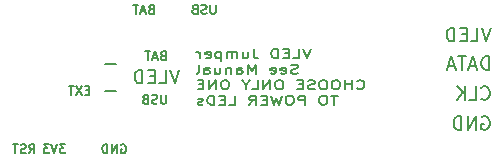
<source format=gbr>
G04 #@! TF.FileFunction,Legend,Bot*
%FSLAX46Y46*%
G04 Gerber Fmt 4.6, Leading zero omitted, Abs format (unit mm)*
G04 Created by KiCad (PCBNEW 4.0.7) date 06/24/18 16:56:01*
%MOMM*%
%LPD*%
G01*
G04 APERTURE LIST*
%ADD10C,0.100000*%
%ADD11C,0.203200*%
%ADD12C,0.127000*%
%ADD13C,0.177800*%
%ADD14C,0.150000*%
G04 APERTURE END LIST*
D10*
D11*
X80663143Y-42608500D02*
X80772000Y-42554071D01*
X80935286Y-42554071D01*
X81098571Y-42608500D01*
X81207429Y-42717357D01*
X81261857Y-42826214D01*
X81316286Y-43043929D01*
X81316286Y-43207214D01*
X81261857Y-43424929D01*
X81207429Y-43533786D01*
X81098571Y-43642643D01*
X80935286Y-43697071D01*
X80826429Y-43697071D01*
X80663143Y-43642643D01*
X80608714Y-43588214D01*
X80608714Y-43207214D01*
X80826429Y-43207214D01*
X80118857Y-43697071D02*
X80118857Y-42554071D01*
X79465714Y-43697071D01*
X79465714Y-42554071D01*
X78921428Y-43697071D02*
X78921428Y-42554071D01*
X78649285Y-42554071D01*
X78486000Y-42608500D01*
X78377142Y-42717357D01*
X78322714Y-42826214D01*
X78268285Y-43043929D01*
X78268285Y-43207214D01*
X78322714Y-43424929D01*
X78377142Y-43533786D01*
X78486000Y-43642643D01*
X78649285Y-43697071D01*
X78921428Y-43697071D01*
X80608714Y-41048214D02*
X80663143Y-41102643D01*
X80826429Y-41157071D01*
X80935286Y-41157071D01*
X81098571Y-41102643D01*
X81207429Y-40993786D01*
X81261857Y-40884929D01*
X81316286Y-40667214D01*
X81316286Y-40503929D01*
X81261857Y-40286214D01*
X81207429Y-40177357D01*
X81098571Y-40068500D01*
X80935286Y-40014071D01*
X80826429Y-40014071D01*
X80663143Y-40068500D01*
X80608714Y-40122929D01*
X79574571Y-41157071D02*
X80118857Y-41157071D01*
X80118857Y-40014071D01*
X79193571Y-41157071D02*
X79193571Y-40014071D01*
X78540428Y-41157071D02*
X79030285Y-40503929D01*
X78540428Y-40014071D02*
X79193571Y-40667214D01*
X81261857Y-38617071D02*
X81261857Y-37474071D01*
X80989714Y-37474071D01*
X80826429Y-37528500D01*
X80717571Y-37637357D01*
X80663143Y-37746214D01*
X80608714Y-37963929D01*
X80608714Y-38127214D01*
X80663143Y-38344929D01*
X80717571Y-38453786D01*
X80826429Y-38562643D01*
X80989714Y-38617071D01*
X81261857Y-38617071D01*
X80173286Y-38290500D02*
X79629000Y-38290500D01*
X80282143Y-38617071D02*
X79901143Y-37474071D01*
X79520143Y-38617071D01*
X79302429Y-37474071D02*
X78649286Y-37474071D01*
X78975857Y-38617071D02*
X78975857Y-37474071D01*
X78322715Y-38290500D02*
X77778429Y-38290500D01*
X78431572Y-38617071D02*
X78050572Y-37474071D01*
X77669572Y-38617071D01*
X81425143Y-35061071D02*
X81044143Y-36204071D01*
X80663143Y-35061071D01*
X79737857Y-36204071D02*
X80282143Y-36204071D01*
X80282143Y-35061071D01*
X79356857Y-35605357D02*
X78975857Y-35605357D01*
X78812571Y-36204071D02*
X79356857Y-36204071D01*
X79356857Y-35061071D01*
X78812571Y-35061071D01*
X78322714Y-36204071D02*
X78322714Y-35061071D01*
X78050571Y-35061071D01*
X77887286Y-35115500D01*
X77778428Y-35224357D01*
X77724000Y-35333214D01*
X77669571Y-35550929D01*
X77669571Y-35714214D01*
X77724000Y-35931929D01*
X77778428Y-36040786D01*
X77887286Y-36149643D01*
X78050571Y-36204071D01*
X78322714Y-36204071D01*
D12*
X53920571Y-40730714D02*
X53920571Y-41347571D01*
X53884286Y-41420143D01*
X53848000Y-41456429D01*
X53775429Y-41492714D01*
X53630286Y-41492714D01*
X53557714Y-41456429D01*
X53521429Y-41420143D01*
X53485143Y-41347571D01*
X53485143Y-40730714D01*
X53158571Y-41456429D02*
X53049714Y-41492714D01*
X52868285Y-41492714D01*
X52795714Y-41456429D01*
X52759428Y-41420143D01*
X52723143Y-41347571D01*
X52723143Y-41275000D01*
X52759428Y-41202429D01*
X52795714Y-41166143D01*
X52868285Y-41129857D01*
X53013428Y-41093571D01*
X53086000Y-41057286D01*
X53122285Y-41021000D01*
X53158571Y-40948429D01*
X53158571Y-40875857D01*
X53122285Y-40803286D01*
X53086000Y-40767000D01*
X53013428Y-40730714D01*
X52832000Y-40730714D01*
X52723143Y-40767000D01*
X52142571Y-41093571D02*
X52033714Y-41129857D01*
X51997429Y-41166143D01*
X51961143Y-41238714D01*
X51961143Y-41347571D01*
X51997429Y-41420143D01*
X52033714Y-41456429D01*
X52106286Y-41492714D01*
X52396571Y-41492714D01*
X52396571Y-40730714D01*
X52142571Y-40730714D01*
X52070000Y-40767000D01*
X52033714Y-40803286D01*
X51997429Y-40875857D01*
X51997429Y-40948429D01*
X52033714Y-41021000D01*
X52070000Y-41057286D01*
X52142571Y-41093571D01*
X52396571Y-41093571D01*
D11*
X55018214Y-38617071D02*
X54637214Y-39760071D01*
X54256214Y-38617071D01*
X53330928Y-39760071D02*
X53875214Y-39760071D01*
X53875214Y-38617071D01*
X52949928Y-39161357D02*
X52568928Y-39161357D01*
X52405642Y-39760071D02*
X52949928Y-39760071D01*
X52949928Y-38617071D01*
X52405642Y-38617071D01*
X51915785Y-39760071D02*
X51915785Y-38617071D01*
X51643642Y-38617071D01*
X51480357Y-38671500D01*
X51371499Y-38780357D01*
X51317071Y-38889214D01*
X51262642Y-39106929D01*
X51262642Y-39270214D01*
X51317071Y-39487929D01*
X51371499Y-39596786D01*
X51480357Y-39705643D01*
X51643642Y-39760071D01*
X51915785Y-39760071D01*
D12*
X47425428Y-40331571D02*
X47171428Y-40331571D01*
X47062571Y-40730714D02*
X47425428Y-40730714D01*
X47425428Y-39968714D01*
X47062571Y-39968714D01*
X46808571Y-39968714D02*
X46300571Y-40730714D01*
X46300571Y-39968714D02*
X46808571Y-40730714D01*
X46119143Y-39968714D02*
X45683714Y-39968714D01*
X45901428Y-40730714D02*
X45901428Y-39968714D01*
X53648428Y-37410571D02*
X53539571Y-37446857D01*
X53503286Y-37483143D01*
X53467000Y-37555714D01*
X53467000Y-37664571D01*
X53503286Y-37737143D01*
X53539571Y-37773429D01*
X53612143Y-37809714D01*
X53902428Y-37809714D01*
X53902428Y-37047714D01*
X53648428Y-37047714D01*
X53575857Y-37084000D01*
X53539571Y-37120286D01*
X53503286Y-37192857D01*
X53503286Y-37265429D01*
X53539571Y-37338000D01*
X53575857Y-37374286D01*
X53648428Y-37410571D01*
X53902428Y-37410571D01*
X53176714Y-37592000D02*
X52813857Y-37592000D01*
X53249286Y-37809714D02*
X52995286Y-37047714D01*
X52741286Y-37809714D01*
X52596143Y-37047714D02*
X52160714Y-37047714D01*
X52378428Y-37809714D02*
X52378428Y-37047714D01*
D13*
X66160951Y-36844514D02*
X65822284Y-37606514D01*
X65483618Y-36844514D01*
X64661142Y-37606514D02*
X65144951Y-37606514D01*
X65144951Y-36844514D01*
X64322475Y-37207371D02*
X63983809Y-37207371D01*
X63838666Y-37606514D02*
X64322475Y-37606514D01*
X64322475Y-36844514D01*
X63838666Y-36844514D01*
X63403237Y-37606514D02*
X63403237Y-36844514D01*
X63161332Y-36844514D01*
X63016190Y-36880800D01*
X62919428Y-36953371D01*
X62871047Y-37025943D01*
X62822666Y-37171086D01*
X62822666Y-37279943D01*
X62871047Y-37425086D01*
X62919428Y-37497657D01*
X63016190Y-37570229D01*
X63161332Y-37606514D01*
X63403237Y-37606514D01*
X61322857Y-36844514D02*
X61322857Y-37388800D01*
X61371237Y-37497657D01*
X61467999Y-37570229D01*
X61613142Y-37606514D01*
X61709904Y-37606514D01*
X60403619Y-37098514D02*
X60403619Y-37606514D01*
X60839047Y-37098514D02*
X60839047Y-37497657D01*
X60790666Y-37570229D01*
X60693904Y-37606514D01*
X60548762Y-37606514D01*
X60452000Y-37570229D01*
X60403619Y-37533943D01*
X59919809Y-37606514D02*
X59919809Y-37098514D01*
X59919809Y-37171086D02*
X59871428Y-37134800D01*
X59774666Y-37098514D01*
X59629524Y-37098514D01*
X59532762Y-37134800D01*
X59484381Y-37207371D01*
X59484381Y-37606514D01*
X59484381Y-37207371D02*
X59436000Y-37134800D01*
X59339238Y-37098514D01*
X59194095Y-37098514D01*
X59097333Y-37134800D01*
X59048952Y-37207371D01*
X59048952Y-37606514D01*
X58565142Y-37098514D02*
X58565142Y-37860514D01*
X58565142Y-37134800D02*
X58468380Y-37098514D01*
X58274857Y-37098514D01*
X58178095Y-37134800D01*
X58129714Y-37171086D01*
X58081333Y-37243657D01*
X58081333Y-37461371D01*
X58129714Y-37533943D01*
X58178095Y-37570229D01*
X58274857Y-37606514D01*
X58468380Y-37606514D01*
X58565142Y-37570229D01*
X57258857Y-37570229D02*
X57355619Y-37606514D01*
X57549142Y-37606514D01*
X57645904Y-37570229D01*
X57694285Y-37497657D01*
X57694285Y-37207371D01*
X57645904Y-37134800D01*
X57549142Y-37098514D01*
X57355619Y-37098514D01*
X57258857Y-37134800D01*
X57210476Y-37207371D01*
X57210476Y-37279943D01*
X57694285Y-37352514D01*
X56775047Y-37606514D02*
X56775047Y-37098514D01*
X56775047Y-37243657D02*
X56726666Y-37171086D01*
X56678285Y-37134800D01*
X56581523Y-37098514D01*
X56484762Y-37098514D01*
X65048189Y-38891029D02*
X64903046Y-38927314D01*
X64661142Y-38927314D01*
X64564380Y-38891029D01*
X64515999Y-38854743D01*
X64467618Y-38782171D01*
X64467618Y-38709600D01*
X64515999Y-38637029D01*
X64564380Y-38600743D01*
X64661142Y-38564457D01*
X64854665Y-38528171D01*
X64951427Y-38491886D01*
X64999808Y-38455600D01*
X65048189Y-38383029D01*
X65048189Y-38310457D01*
X64999808Y-38237886D01*
X64951427Y-38201600D01*
X64854665Y-38165314D01*
X64612761Y-38165314D01*
X64467618Y-38201600D01*
X63645142Y-38891029D02*
X63741904Y-38927314D01*
X63935427Y-38927314D01*
X64032189Y-38891029D01*
X64080570Y-38818457D01*
X64080570Y-38528171D01*
X64032189Y-38455600D01*
X63935427Y-38419314D01*
X63741904Y-38419314D01*
X63645142Y-38455600D01*
X63596761Y-38528171D01*
X63596761Y-38600743D01*
X64080570Y-38673314D01*
X62774285Y-38891029D02*
X62871047Y-38927314D01*
X63064570Y-38927314D01*
X63161332Y-38891029D01*
X63209713Y-38818457D01*
X63209713Y-38528171D01*
X63161332Y-38455600D01*
X63064570Y-38419314D01*
X62871047Y-38419314D01*
X62774285Y-38455600D01*
X62725904Y-38528171D01*
X62725904Y-38600743D01*
X63209713Y-38673314D01*
X61516380Y-38927314D02*
X61516380Y-38165314D01*
X61177714Y-38709600D01*
X60839047Y-38165314D01*
X60839047Y-38927314D01*
X59919809Y-38927314D02*
X59919809Y-38528171D01*
X59968190Y-38455600D01*
X60064952Y-38419314D01*
X60258475Y-38419314D01*
X60355237Y-38455600D01*
X59919809Y-38891029D02*
X60016571Y-38927314D01*
X60258475Y-38927314D01*
X60355237Y-38891029D01*
X60403618Y-38818457D01*
X60403618Y-38745886D01*
X60355237Y-38673314D01*
X60258475Y-38637029D01*
X60016571Y-38637029D01*
X59919809Y-38600743D01*
X59435999Y-38419314D02*
X59435999Y-38927314D01*
X59435999Y-38491886D02*
X59387618Y-38455600D01*
X59290856Y-38419314D01*
X59145714Y-38419314D01*
X59048952Y-38455600D01*
X59000571Y-38528171D01*
X59000571Y-38927314D01*
X58081333Y-38419314D02*
X58081333Y-38927314D01*
X58516761Y-38419314D02*
X58516761Y-38818457D01*
X58468380Y-38891029D01*
X58371618Y-38927314D01*
X58226476Y-38927314D01*
X58129714Y-38891029D01*
X58081333Y-38854743D01*
X57162095Y-38927314D02*
X57162095Y-38528171D01*
X57210476Y-38455600D01*
X57307238Y-38419314D01*
X57500761Y-38419314D01*
X57597523Y-38455600D01*
X57162095Y-38891029D02*
X57258857Y-38927314D01*
X57500761Y-38927314D01*
X57597523Y-38891029D01*
X57645904Y-38818457D01*
X57645904Y-38745886D01*
X57597523Y-38673314D01*
X57500761Y-38637029D01*
X57258857Y-38637029D01*
X57162095Y-38600743D01*
X56533142Y-38927314D02*
X56629904Y-38891029D01*
X56678285Y-38818457D01*
X56678285Y-38165314D01*
X70079809Y-40175543D02*
X70128190Y-40211829D01*
X70273333Y-40248114D01*
X70370095Y-40248114D01*
X70515237Y-40211829D01*
X70611999Y-40139257D01*
X70660380Y-40066686D01*
X70708761Y-39921543D01*
X70708761Y-39812686D01*
X70660380Y-39667543D01*
X70611999Y-39594971D01*
X70515237Y-39522400D01*
X70370095Y-39486114D01*
X70273333Y-39486114D01*
X70128190Y-39522400D01*
X70079809Y-39558686D01*
X69644380Y-40248114D02*
X69644380Y-39486114D01*
X69644380Y-39848971D02*
X69063809Y-39848971D01*
X69063809Y-40248114D02*
X69063809Y-39486114D01*
X68386475Y-39486114D02*
X68192952Y-39486114D01*
X68096190Y-39522400D01*
X67999428Y-39594971D01*
X67951047Y-39740114D01*
X67951047Y-39994114D01*
X67999428Y-40139257D01*
X68096190Y-40211829D01*
X68192952Y-40248114D01*
X68386475Y-40248114D01*
X68483237Y-40211829D01*
X68579999Y-40139257D01*
X68628380Y-39994114D01*
X68628380Y-39740114D01*
X68579999Y-39594971D01*
X68483237Y-39522400D01*
X68386475Y-39486114D01*
X67322094Y-39486114D02*
X67128571Y-39486114D01*
X67031809Y-39522400D01*
X66935047Y-39594971D01*
X66886666Y-39740114D01*
X66886666Y-39994114D01*
X66935047Y-40139257D01*
X67031809Y-40211829D01*
X67128571Y-40248114D01*
X67322094Y-40248114D01*
X67418856Y-40211829D01*
X67515618Y-40139257D01*
X67563999Y-39994114D01*
X67563999Y-39740114D01*
X67515618Y-39594971D01*
X67418856Y-39522400D01*
X67322094Y-39486114D01*
X66499618Y-40211829D02*
X66354475Y-40248114D01*
X66112571Y-40248114D01*
X66015809Y-40211829D01*
X65967428Y-40175543D01*
X65919047Y-40102971D01*
X65919047Y-40030400D01*
X65967428Y-39957829D01*
X66015809Y-39921543D01*
X66112571Y-39885257D01*
X66306094Y-39848971D01*
X66402856Y-39812686D01*
X66451237Y-39776400D01*
X66499618Y-39703829D01*
X66499618Y-39631257D01*
X66451237Y-39558686D01*
X66402856Y-39522400D01*
X66306094Y-39486114D01*
X66064190Y-39486114D01*
X65919047Y-39522400D01*
X65483618Y-39848971D02*
X65144952Y-39848971D01*
X64999809Y-40248114D02*
X65483618Y-40248114D01*
X65483618Y-39486114D01*
X64999809Y-39486114D01*
X63596761Y-39486114D02*
X63403238Y-39486114D01*
X63306476Y-39522400D01*
X63209714Y-39594971D01*
X63161333Y-39740114D01*
X63161333Y-39994114D01*
X63209714Y-40139257D01*
X63306476Y-40211829D01*
X63403238Y-40248114D01*
X63596761Y-40248114D01*
X63693523Y-40211829D01*
X63790285Y-40139257D01*
X63838666Y-39994114D01*
X63838666Y-39740114D01*
X63790285Y-39594971D01*
X63693523Y-39522400D01*
X63596761Y-39486114D01*
X62725904Y-40248114D02*
X62725904Y-39486114D01*
X62145333Y-40248114D01*
X62145333Y-39486114D01*
X61177714Y-40248114D02*
X61661523Y-40248114D01*
X61661523Y-39486114D01*
X60645523Y-39885257D02*
X60645523Y-40248114D01*
X60984190Y-39486114D02*
X60645523Y-39885257D01*
X60306857Y-39486114D01*
X59000571Y-39486114D02*
X58807048Y-39486114D01*
X58710286Y-39522400D01*
X58613524Y-39594971D01*
X58565143Y-39740114D01*
X58565143Y-39994114D01*
X58613524Y-40139257D01*
X58710286Y-40211829D01*
X58807048Y-40248114D01*
X59000571Y-40248114D01*
X59097333Y-40211829D01*
X59194095Y-40139257D01*
X59242476Y-39994114D01*
X59242476Y-39740114D01*
X59194095Y-39594971D01*
X59097333Y-39522400D01*
X59000571Y-39486114D01*
X58129714Y-40248114D02*
X58129714Y-39486114D01*
X57549143Y-40248114D01*
X57549143Y-39486114D01*
X57065333Y-39848971D02*
X56726667Y-39848971D01*
X56581524Y-40248114D02*
X57065333Y-40248114D01*
X57065333Y-39486114D01*
X56581524Y-39486114D01*
X68434856Y-40806914D02*
X67854285Y-40806914D01*
X68144570Y-41568914D02*
X68144570Y-40806914D01*
X67322094Y-40806914D02*
X67128571Y-40806914D01*
X67031809Y-40843200D01*
X66935047Y-40915771D01*
X66886666Y-41060914D01*
X66886666Y-41314914D01*
X66935047Y-41460057D01*
X67031809Y-41532629D01*
X67128571Y-41568914D01*
X67322094Y-41568914D01*
X67418856Y-41532629D01*
X67515618Y-41460057D01*
X67563999Y-41314914D01*
X67563999Y-41060914D01*
X67515618Y-40915771D01*
X67418856Y-40843200D01*
X67322094Y-40806914D01*
X65677142Y-41568914D02*
X65677142Y-40806914D01*
X65290095Y-40806914D01*
X65193333Y-40843200D01*
X65144952Y-40879486D01*
X65096571Y-40952057D01*
X65096571Y-41060914D01*
X65144952Y-41133486D01*
X65193333Y-41169771D01*
X65290095Y-41206057D01*
X65677142Y-41206057D01*
X64467618Y-40806914D02*
X64274095Y-40806914D01*
X64177333Y-40843200D01*
X64080571Y-40915771D01*
X64032190Y-41060914D01*
X64032190Y-41314914D01*
X64080571Y-41460057D01*
X64177333Y-41532629D01*
X64274095Y-41568914D01*
X64467618Y-41568914D01*
X64564380Y-41532629D01*
X64661142Y-41460057D01*
X64709523Y-41314914D01*
X64709523Y-41060914D01*
X64661142Y-40915771D01*
X64564380Y-40843200D01*
X64467618Y-40806914D01*
X63693523Y-40806914D02*
X63451618Y-41568914D01*
X63258095Y-41024629D01*
X63064571Y-41568914D01*
X62822666Y-40806914D01*
X62435618Y-41169771D02*
X62096952Y-41169771D01*
X61951809Y-41568914D02*
X62435618Y-41568914D01*
X62435618Y-40806914D01*
X61951809Y-40806914D01*
X60935809Y-41568914D02*
X61274475Y-41206057D01*
X61516380Y-41568914D02*
X61516380Y-40806914D01*
X61129333Y-40806914D01*
X61032571Y-40843200D01*
X60984190Y-40879486D01*
X60935809Y-40952057D01*
X60935809Y-41060914D01*
X60984190Y-41133486D01*
X61032571Y-41169771D01*
X61129333Y-41206057D01*
X61516380Y-41206057D01*
X59242476Y-41568914D02*
X59726285Y-41568914D01*
X59726285Y-40806914D01*
X58903809Y-41169771D02*
X58565143Y-41169771D01*
X58420000Y-41568914D02*
X58903809Y-41568914D01*
X58903809Y-40806914D01*
X58420000Y-40806914D01*
X57984571Y-41568914D02*
X57984571Y-40806914D01*
X57742666Y-40806914D01*
X57597524Y-40843200D01*
X57500762Y-40915771D01*
X57452381Y-40988343D01*
X57404000Y-41133486D01*
X57404000Y-41242343D01*
X57452381Y-41387486D01*
X57500762Y-41460057D01*
X57597524Y-41532629D01*
X57742666Y-41568914D01*
X57984571Y-41568914D01*
X57016952Y-41532629D02*
X56920190Y-41568914D01*
X56726666Y-41568914D01*
X56629905Y-41532629D01*
X56581524Y-41460057D01*
X56581524Y-41423771D01*
X56629905Y-41351200D01*
X56726666Y-41314914D01*
X56871809Y-41314914D01*
X56968571Y-41278629D01*
X57016952Y-41206057D01*
X57016952Y-41169771D01*
X56968571Y-41097200D01*
X56871809Y-41060914D01*
X56726666Y-41060914D01*
X56629905Y-41097200D01*
D14*
X48768000Y-38100000D02*
X49657000Y-38100000D01*
X48768000Y-40386000D02*
X49657000Y-40386000D01*
X52632428Y-33473571D02*
X52523571Y-33509857D01*
X52487286Y-33546143D01*
X52451000Y-33618714D01*
X52451000Y-33727571D01*
X52487286Y-33800143D01*
X52523571Y-33836429D01*
X52596143Y-33872714D01*
X52886428Y-33872714D01*
X52886428Y-33110714D01*
X52632428Y-33110714D01*
X52559857Y-33147000D01*
X52523571Y-33183286D01*
X52487286Y-33255857D01*
X52487286Y-33328429D01*
X52523571Y-33401000D01*
X52559857Y-33437286D01*
X52632428Y-33473571D01*
X52886428Y-33473571D01*
X52160714Y-33655000D02*
X51797857Y-33655000D01*
X52233286Y-33872714D02*
X51979286Y-33110714D01*
X51725286Y-33872714D01*
X51580143Y-33110714D02*
X51144714Y-33110714D01*
X51362428Y-33872714D02*
X51362428Y-33110714D01*
X58111571Y-33110714D02*
X58111571Y-33727571D01*
X58075286Y-33800143D01*
X58039000Y-33836429D01*
X57966429Y-33872714D01*
X57821286Y-33872714D01*
X57748714Y-33836429D01*
X57712429Y-33800143D01*
X57676143Y-33727571D01*
X57676143Y-33110714D01*
X57349571Y-33836429D02*
X57240714Y-33872714D01*
X57059285Y-33872714D01*
X56986714Y-33836429D01*
X56950428Y-33800143D01*
X56914143Y-33727571D01*
X56914143Y-33655000D01*
X56950428Y-33582429D01*
X56986714Y-33546143D01*
X57059285Y-33509857D01*
X57204428Y-33473571D01*
X57277000Y-33437286D01*
X57313285Y-33401000D01*
X57349571Y-33328429D01*
X57349571Y-33255857D01*
X57313285Y-33183286D01*
X57277000Y-33147000D01*
X57204428Y-33110714D01*
X57023000Y-33110714D01*
X56914143Y-33147000D01*
X56333571Y-33473571D02*
X56224714Y-33509857D01*
X56188429Y-33546143D01*
X56152143Y-33618714D01*
X56152143Y-33727571D01*
X56188429Y-33800143D01*
X56224714Y-33836429D01*
X56297286Y-33872714D01*
X56587571Y-33872714D01*
X56587571Y-33110714D01*
X56333571Y-33110714D01*
X56261000Y-33147000D01*
X56224714Y-33183286D01*
X56188429Y-33255857D01*
X56188429Y-33328429D01*
X56224714Y-33401000D01*
X56261000Y-33437286D01*
X56333571Y-33473571D01*
X56587571Y-33473571D01*
X50110572Y-44958000D02*
X50183143Y-44921714D01*
X50292000Y-44921714D01*
X50400857Y-44958000D01*
X50473429Y-45030571D01*
X50509714Y-45103143D01*
X50546000Y-45248286D01*
X50546000Y-45357143D01*
X50509714Y-45502286D01*
X50473429Y-45574857D01*
X50400857Y-45647429D01*
X50292000Y-45683714D01*
X50219429Y-45683714D01*
X50110572Y-45647429D01*
X50074286Y-45611143D01*
X50074286Y-45357143D01*
X50219429Y-45357143D01*
X49747714Y-45683714D02*
X49747714Y-44921714D01*
X49312286Y-45683714D01*
X49312286Y-44921714D01*
X48949428Y-45683714D02*
X48949428Y-44921714D01*
X48768000Y-44921714D01*
X48659143Y-44958000D01*
X48586571Y-45030571D01*
X48550286Y-45103143D01*
X48514000Y-45248286D01*
X48514000Y-45357143D01*
X48550286Y-45502286D01*
X48586571Y-45574857D01*
X48659143Y-45647429D01*
X48768000Y-45683714D01*
X48949428Y-45683714D01*
X45393428Y-44921714D02*
X44921714Y-44921714D01*
X45175714Y-45212000D01*
X45066856Y-45212000D01*
X44994285Y-45248286D01*
X44957999Y-45284571D01*
X44921714Y-45357143D01*
X44921714Y-45538571D01*
X44957999Y-45611143D01*
X44994285Y-45647429D01*
X45066856Y-45683714D01*
X45284571Y-45683714D01*
X45357142Y-45647429D01*
X45393428Y-45611143D01*
X44704000Y-44921714D02*
X44450000Y-45683714D01*
X44196000Y-44921714D01*
X44014571Y-44921714D02*
X43542857Y-44921714D01*
X43796857Y-45212000D01*
X43687999Y-45212000D01*
X43615428Y-45248286D01*
X43579142Y-45284571D01*
X43542857Y-45357143D01*
X43542857Y-45538571D01*
X43579142Y-45611143D01*
X43615428Y-45647429D01*
X43687999Y-45683714D01*
X43905714Y-45683714D01*
X43978285Y-45647429D01*
X44014571Y-45611143D01*
X42327285Y-45683714D02*
X42581285Y-45320857D01*
X42762713Y-45683714D02*
X42762713Y-44921714D01*
X42472428Y-44921714D01*
X42399856Y-44958000D01*
X42363571Y-44994286D01*
X42327285Y-45066857D01*
X42327285Y-45175714D01*
X42363571Y-45248286D01*
X42399856Y-45284571D01*
X42472428Y-45320857D01*
X42762713Y-45320857D01*
X42036999Y-45647429D02*
X41928142Y-45683714D01*
X41746713Y-45683714D01*
X41674142Y-45647429D01*
X41637856Y-45611143D01*
X41601571Y-45538571D01*
X41601571Y-45466000D01*
X41637856Y-45393429D01*
X41674142Y-45357143D01*
X41746713Y-45320857D01*
X41891856Y-45284571D01*
X41964428Y-45248286D01*
X42000713Y-45212000D01*
X42036999Y-45139429D01*
X42036999Y-45066857D01*
X42000713Y-44994286D01*
X41964428Y-44958000D01*
X41891856Y-44921714D01*
X41710428Y-44921714D01*
X41601571Y-44958000D01*
X41383857Y-44921714D02*
X40948428Y-44921714D01*
X41166142Y-45683714D02*
X41166142Y-44921714D01*
M02*

</source>
